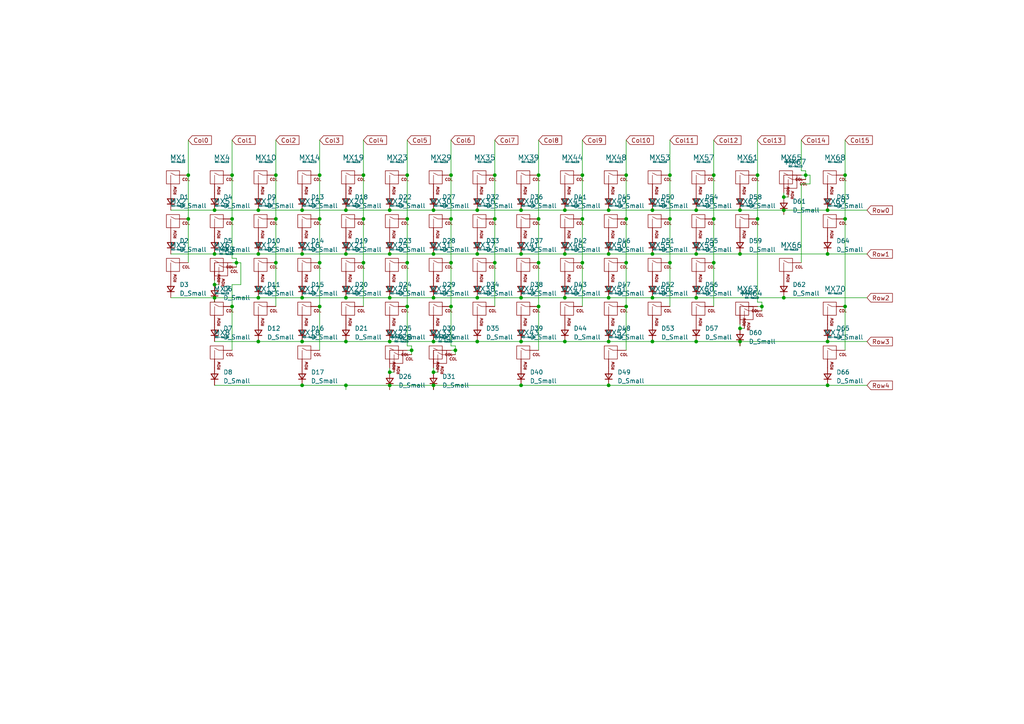
<source format=kicad_sch>
(kicad_sch (version 20211123) (generator eeschema)
  (paper "A4")
  (junction (at 92.71 63.5))
  (junction (at 163.83 86.36))
  (junction (at 105.41 76.2))
  (junction (at 113.03 86.36))
  (junction (at 100.33 73.66))
  (junction (at 125.73 107.95))
  (junction (at 138.43 73.66))
  (junction (at 100.33 99.06))
  (junction (at 214.63 60.96))
  (junction (at 176.53 73.66))
  (junction (at 100.33 60.96))
  (junction (at 214.63 99.06))
  (junction (at 87.63 111.76))
  (junction (at 125.73 111.76))
  (junction (at 125.73 86.36))
  (junction (at 151.13 111.76))
  (junction (at 181.61 63.5))
  (junction (at 194.31 63.5))
  (junction (at 219.71 63.5))
  (junction (at 74.93 86.36))
  (junction (at 189.23 86.36))
  (junction (at 118.11 63.5))
  (junction (at 201.93 60.96))
  (junction (at 67.31 50.8))
  (junction (at 54.61 50.8))
  (junction (at 62.23 73.66))
  (junction (at 151.13 99.06))
  (junction (at 207.01 63.5))
  (junction (at 214.63 73.66))
  (junction (at 113.03 107.95))
  (junction (at 118.11 50.8))
  (junction (at 125.73 60.96))
  (junction (at 138.43 99.06))
  (junction (at 87.63 60.96))
  (junction (at 168.91 63.5))
  (junction (at 87.63 99.06))
  (junction (at 163.83 73.66))
  (junction (at 118.11 76.2))
  (junction (at 168.91 76.2))
  (junction (at 143.51 76.2))
  (junction (at 74.93 73.66))
  (junction (at 92.71 76.2))
  (junction (at 201.93 86.36))
  (junction (at 245.11 63.5))
  (junction (at 207.01 50.8))
  (junction (at 201.93 99.06))
  (junction (at 176.53 99.06))
  (junction (at 74.93 60.96))
  (junction (at 227.33 86.36))
  (junction (at 240.03 111.76))
  (junction (at 125.73 73.66))
  (junction (at 132.08 101.6))
  (junction (at 189.23 73.66))
  (junction (at 80.01 50.8))
  (junction (at 207.01 76.2))
  (junction (at 176.53 60.96))
  (junction (at 125.73 99.06))
  (junction (at 163.83 60.96))
  (junction (at 240.03 60.96))
  (junction (at 67.31 88.9))
  (junction (at 92.71 50.8))
  (junction (at 189.23 60.96))
  (junction (at 100.33 86.36))
  (junction (at 68.58 76.2))
  (junction (at 113.03 60.96))
  (junction (at 62.23 86.36))
  (junction (at 105.41 63.5))
  (junction (at 118.11 88.9))
  (junction (at 245.11 88.9))
  (junction (at 163.83 99.06))
  (junction (at 113.03 99.06))
  (junction (at 130.81 88.9))
  (junction (at 80.01 63.5))
  (junction (at 156.21 76.2))
  (junction (at 214.63 95.25))
  (junction (at 240.03 99.06))
  (junction (at 62.23 82.55))
  (junction (at 194.31 50.8))
  (junction (at 143.51 63.5))
  (junction (at 240.03 73.66))
  (junction (at 105.41 50.8))
  (junction (at 87.63 86.36))
  (junction (at 220.98 88.9))
  (junction (at 54.61 63.5))
  (junction (at 227.33 57.15))
  (junction (at 151.13 60.96))
  (junction (at 138.43 60.96))
  (junction (at 176.53 86.36))
  (junction (at 67.31 63.5))
  (junction (at 219.71 50.8))
  (junction (at 130.81 50.8))
  (junction (at 113.03 111.76))
  (junction (at 74.93 99.06))
  (junction (at 181.61 88.9))
  (junction (at 138.43 86.36))
  (junction (at 100.33 111.76))
  (junction (at 194.31 76.2))
  (junction (at 92.71 88.9))
  (junction (at 130.81 76.2))
  (junction (at 156.21 63.5))
  (junction (at 227.33 60.96))
  (junction (at 245.11 50.8))
  (junction (at 113.03 73.66))
  (junction (at 62.23 60.96))
  (junction (at 168.91 50.8))
  (junction (at 80.01 76.2))
  (junction (at 156.21 88.9))
  (junction (at 176.53 111.76))
  (junction (at 130.81 63.5))
  (junction (at 181.61 76.2))
  (junction (at 233.68 50.8))
  (junction (at 156.21 50.8))
  (junction (at 189.23 99.06))
  (junction (at 201.93 73.66))
  (junction (at 181.61 50.8))
  (junction (at 151.13 86.36))
  (junction (at 87.63 73.66))
  (junction (at 143.51 50.8))
  (junction (at 151.13 73.66))
  (junction (at 119.38 101.6))
  (wire (pts (xy 69.85 76.2) (xy 68.58 76.2)))
  (wire (pts (xy 54.61 76.2) (xy 54.61 63.5)))
  (wire (pts (xy 69.85 82.55) (xy 69.85 76.2)))
  (wire (pts (xy 151.13 111.76) (xy 125.73 111.76)))
  (wire (pts (xy 74.93 86.36) (xy 87.63 86.36)))
  (wire (pts (xy 220.98 88.9) (xy 220.98 90.17)))
  (wire (pts (xy 62.23 86.36) (xy 62.23 87.63)))
  (wire (pts (xy 87.63 73.66) (xy 100.33 73.66)))
  (wire (pts (xy 240.03 111.76) (xy 176.53 111.76)))
  (wire (pts (xy 189.23 86.36) (xy 201.93 86.36)))
  (wire (pts (xy 227.33 55.88) (xy 227.33 57.15)))
  (wire (pts (xy 176.53 60.96) (xy 189.23 60.96)))
  (wire (pts (xy 62.23 60.96) (xy 74.93 60.96)))
  (wire (pts (xy 125.73 111.76) (xy 113.03 111.76)))
  (wire (pts (xy 100.33 99.06) (xy 113.03 99.06)))
  (wire (pts (xy 194.31 40.64) (xy 194.31 50.8)))
  (wire (pts (xy 156.21 63.5) (xy 156.21 76.2)))
  (wire (pts (xy 227.33 60.96) (xy 240.03 60.96)))
  (wire (pts (xy 54.61 40.64) (xy 54.61 50.8)))
  (wire (pts (xy 245.11 40.64) (xy 245.11 50.8)))
  (wire (pts (xy 201.93 99.06) (xy 214.63 99.06)))
  (wire (pts (xy 113.03 86.36) (xy 125.73 86.36)))
  (wire (pts (xy 143.51 76.2) (xy 143.51 88.9)))
  (wire (pts (xy 80.01 50.8) (xy 80.01 63.5)))
  (wire (pts (xy 100.33 73.66) (xy 113.03 73.66)))
  (wire (pts (xy 132.08 100.33) (xy 130.81 100.33)))
  (wire (pts (xy 74.93 99.06) (xy 87.63 99.06)))
  (wire (pts (xy 189.23 73.66) (xy 201.93 73.66)))
  (wire (pts (xy 80.01 76.2) (xy 80.01 88.9)))
  (wire (pts (xy 125.73 107.95) (xy 127 107.95)))
  (wire (pts (xy 201.93 73.66) (xy 214.63 73.66)))
  (wire (pts (xy 105.41 76.2) (xy 105.41 88.9)))
  (wire (pts (xy 219.71 88.9) (xy 220.98 88.9)))
  (wire (pts (xy 189.23 99.06) (xy 201.93 99.06)))
  (wire (pts (xy 151.13 60.96) (xy 163.83 60.96)))
  (wire (pts (xy 176.53 111.76) (xy 151.13 111.76)))
  (wire (pts (xy 54.61 50.8) (xy 54.61 63.5)))
  (wire (pts (xy 189.23 60.96) (xy 201.93 60.96)))
  (wire (pts (xy 219.71 50.8) (xy 219.71 40.64)))
  (wire (pts (xy 100.33 111.76) (xy 100.33 113.03)))
  (wire (pts (xy 62.23 81.28) (xy 62.23 82.55)))
  (wire (pts (xy 119.38 102.87) (xy 119.38 101.6)))
  (wire (pts (xy 181.61 63.5) (xy 181.61 50.8)))
  (wire (pts (xy 138.43 99.06) (xy 151.13 99.06)))
  (wire (pts (xy 113.03 111.76) (xy 113.03 113.03)))
  (wire (pts (xy 49.53 86.36) (xy 62.23 86.36)))
  (wire (pts (xy 113.03 106.68) (xy 113.03 107.95)))
  (wire (pts (xy 194.31 63.5) (xy 194.31 76.2)))
  (wire (pts (xy 232.41 40.64) (xy 232.41 49.53)))
  (wire (pts (xy 168.91 63.5) (xy 168.91 76.2)))
  (wire (pts (xy 67.31 88.9) (xy 67.31 82.55)))
  (wire (pts (xy 113.03 73.66) (xy 125.73 73.66)))
  (wire (pts (xy 125.73 60.96) (xy 138.43 60.96)))
  (wire (pts (xy 207.01 63.5) (xy 207.01 76.2)))
  (wire (pts (xy 214.63 73.66) (xy 240.03 73.66)))
  (wire (pts (xy 62.23 99.06) (xy 74.93 99.06)))
  (wire (pts (xy 62.23 111.76) (xy 87.63 111.76)))
  (wire (pts (xy 87.63 111.76) (xy 100.33 111.76)))
  (wire (pts (xy 201.93 60.96) (xy 214.63 60.96)))
  (wire (pts (xy 194.31 76.2) (xy 194.31 88.9)))
  (wire (pts (xy 220.98 88.9) (xy 220.98 87.63)))
  (wire (pts (xy 156.21 50.8) (xy 156.21 63.5)))
  (wire (pts (xy 92.71 50.8) (xy 92.71 63.5)))
  (wire (pts (xy 163.83 99.06) (xy 176.53 99.06)))
  (wire (pts (xy 227.33 86.36) (xy 251.46 86.36)))
  (wire (pts (xy 233.68 50.8) (xy 234.95 50.8)))
  (wire (pts (xy 132.08 101.6) (xy 130.81 101.6)))
  (wire (pts (xy 219.71 87.63) (xy 219.71 63.5)))
  (wire (pts (xy 100.33 60.96) (xy 113.03 60.96)))
  (wire (pts (xy 163.83 86.36) (xy 176.53 86.36)))
  (wire (pts (xy 151.13 73.66) (xy 163.83 73.66)))
  (wire (pts (xy 125.73 106.68) (xy 125.73 107.95)))
  (wire (pts (xy 245.11 50.8) (xy 245.11 63.5)))
  (wire (pts (xy 163.83 73.66) (xy 176.53 73.66)))
  (wire (pts (xy 245.11 63.5) (xy 245.11 88.9)))
  (wire (pts (xy 119.38 101.6) (xy 118.11 101.6)))
  (wire (pts (xy 176.53 99.06) (xy 189.23 99.06)))
  (wire (pts (xy 80.01 63.5) (xy 80.01 76.2)))
  (wire (pts (xy 87.63 99.06) (xy 100.33 99.06)))
  (wire (pts (xy 62.23 73.66) (xy 74.93 73.66)))
  (wire (pts (xy 125.73 86.36) (xy 138.43 86.36)))
  (wire (pts (xy 80.01 40.64) (xy 80.01 50.8)))
  (wire (pts (xy 113.03 99.06) (xy 125.73 99.06)))
  (wire (pts (xy 68.58 76.2) (xy 68.58 77.47)))
  (wire (pts (xy 130.81 50.8) (xy 130.81 40.64)))
  (wire (pts (xy 68.58 76.2) (xy 68.58 74.93)))
  (wire (pts (xy 207.01 76.2) (xy 207.01 88.9)))
  (wire (pts (xy 118.11 40.64) (xy 118.11 50.8)))
  (wire (pts (xy 240.03 99.06) (xy 251.46 99.06)))
  (wire (pts (xy 67.31 40.64) (xy 67.31 50.8)))
  (wire (pts (xy 74.93 73.66) (xy 87.63 73.66)))
  (wire (pts (xy 67.31 101.6) (xy 67.31 88.9)))
  (wire (pts (xy 119.38 101.6) (xy 119.38 100.33)))
  (wire (pts (xy 219.71 63.5) (xy 219.71 50.8)))
  (wire (pts (xy 138.43 73.66) (xy 151.13 73.66)))
  (wire (pts (xy 176.53 73.66) (xy 189.23 73.66)))
  (wire (pts (xy 245.11 88.9) (xy 245.11 101.6)))
  (wire (pts (xy 214.63 99.06) (xy 214.63 100.33)))
  (wire (pts (xy 62.23 82.55) (xy 63.5 82.55)))
  (wire (pts (xy 143.51 63.5) (xy 143.51 76.2)))
  (wire (pts (xy 92.71 40.64) (xy 92.71 50.8)))
  (wire (pts (xy 67.31 63.5) (xy 67.31 74.93)))
  (wire (pts (xy 118.11 63.5) (xy 118.11 76.2)))
  (wire (pts (xy 125.73 111.76) (xy 125.73 113.03)))
  (wire (pts (xy 181.61 101.6) (xy 181.61 88.9)))
  (wire (pts (xy 163.83 60.96) (xy 176.53 60.96)))
  (wire (pts (xy 232.41 50.8) (xy 233.68 50.8)))
  (wire (pts (xy 87.63 60.96) (xy 100.33 60.96)))
  (wire (pts (xy 201.93 86.36) (xy 227.33 86.36)))
  (wire (pts (xy 125.73 73.66) (xy 138.43 73.66)))
  (wire (pts (xy 118.11 50.8) (xy 118.11 63.5)))
  (wire (pts (xy 113.03 111.76) (xy 100.33 111.76)))
  (wire (pts (xy 156.21 40.64) (xy 156.21 50.8)))
  (wire (pts (xy 181.61 50.8) (xy 181.61 40.64)))
  (wire (pts (xy 125.73 99.06) (xy 138.43 99.06)))
  (wire (pts (xy 113.03 60.96) (xy 125.73 60.96)))
  (wire (pts (xy 143.51 50.8) (xy 143.51 63.5)))
  (wire (pts (xy 118.11 88.9) (xy 118.11 100.33)))
  (wire (pts (xy 214.63 95.25) (xy 214.63 93.98)))
  (wire (pts (xy 207.01 50.8) (xy 207.01 63.5)))
  (wire (pts (xy 151.13 99.06) (xy 163.83 99.06)))
  (wire (pts (xy 119.38 100.33) (xy 118.11 100.33)))
  (wire (pts (xy 181.61 76.2) (xy 181.61 63.5)))
  (wire (pts (xy 67.31 50.8) (xy 67.31 63.5)))
  (wire (pts (xy 49.53 73.66) (xy 62.23 73.66)))
  (wire (pts (xy 207.01 40.64) (xy 207.01 50.8)))
  (wire (pts (xy 130.81 100.33) (xy 130.81 88.9)))
  (wire (pts (xy 49.53 60.96) (xy 62.23 60.96)))
  (wire (pts (xy 151.13 86.36) (xy 163.83 86.36)))
  (wire (pts (xy 138.43 60.96) (xy 151.13 60.96)))
  (wire (pts (xy 240.03 60.96) (xy 251.46 60.96)))
  (wire (pts (xy 100.33 86.36) (xy 113.03 86.36)))
  (wire (pts (xy 168.91 76.2) (xy 168.91 88.9)))
  (wire (pts (xy 156.21 76.2) (xy 156.21 88.9)))
  (wire (pts (xy 232.41 53.34) (xy 234.95 53.34)))
  (wire (pts (xy 132.08 102.87) (xy 132.08 101.6)))
  (wire (pts (xy 105.41 50.8) (xy 105.41 63.5)))
  (wire (pts (xy 118.11 76.2) (xy 118.11 88.9)))
  (wire (pts (xy 168.91 40.64) (xy 168.91 50.8)))
  (wire (pts (xy 132.08 101.6) (xy 132.08 100.33)))
  (wire (pts (xy 233.68 50.8) (xy 233.68 49.53)))
  (wire (pts (xy 74.93 60.96) (xy 87.63 60.96)))
  (wire (pts (xy 234.95 53.34) (xy 234.95 50.8)))
  (wire (pts (xy 105.41 63.5) (xy 105.41 76.2)))
  (wire (pts (xy 92.71 76.2) (xy 92.71 88.9)))
  (wire (pts (xy 220.98 87.63) (xy 219.71 87.63)))
  (wire (pts (xy 240.03 73.66) (xy 251.46 73.66)))
  (wire (pts (xy 92.71 63.5) (xy 92.71 76.2)))
  (wire (pts (xy 138.43 86.36) (xy 151.13 86.36)))
  (wire (pts (xy 168.91 50.8) (xy 168.91 63.5)))
  (wire (pts (xy 233.68 50.8) (xy 233.68 52.07)))
  (wire (pts (xy 143.51 40.64) (xy 143.51 50.8)))
  (wire (pts (xy 194.31 50.8) (xy 194.31 63.5)))
  (wire (pts (xy 92.71 88.9) (xy 92.71 101.6)))
  (wire (pts (xy 105.41 40.64) (xy 105.41 50.8)))
  (wire (pts (xy 130.81 76.2) (xy 130.81 63.5)))
  (wire (pts (xy 227.33 57.15) (xy 228.6 57.15)))
  (wire (pts (xy 214.63 99.06) (xy 240.03 99.06)))
  (wire (pts (xy 233.68 49.53) (xy 232.41 49.53)))
  (wire (pts (xy 156.21 88.9) (xy 156.21 101.6)))
  (wire (pts (xy 67.31 82.55) (xy 69.85 82.55)))
  (wire (pts (xy 130.81 63.5) (xy 130.81 50.8)))
  (wire (pts (xy 67.31 76.2) (xy 68.58 76.2)))
  (wire (pts (xy 181.61 88.9) (xy 181.61 76.2)))
  (wire (pts (xy 232.41 76.2) (xy 232.41 53.34)))
  (wire (pts (xy 68.58 74.93) (xy 67.31 74.93)))
  (wire (pts (xy 176.53 86.36) (xy 189.23 86.36)))
  (wire (pts (xy 227.33 60.96) (xy 227.33 62.23)))
  (wire (pts (xy 240.03 111.76) (xy 251.46 111.76)))
  (wire (pts (xy 214.63 60.96) (xy 227.33 60.96)))
  (wire (pts (xy 62.23 86.36) (xy 74.93 86.36)))
  (wire (pts (xy 87.63 86.36) (xy 100.33 86.36)))
  (wire (pts (xy 113.03 107.95) (xy 114.3 107.95)))
  (wire (pts (xy 215.9 95.25) (xy 214.63 95.25)))
  (wire (pts (xy 130.81 88.9) (xy 130.81 76.2)))
  (global_label "Col9" (shape input) (at 168.91 40.64 0) (property "Intersheet References" "${INTERSHEET_REFS}" (effects hide)))
  (global_label "Row0" (shape input) (at 251.46 60.96 0) (property "Intersheet References" "${INTERSHEET_REFS}" (effects hide)))
  (global_label "Col7" (shape input) (at 143.51 40.64 0) (property "Intersheet References" "${INTERSHEET_REFS}" (effects hide)))
  (global_label "Col5" (shape input) (at 118.11 40.64 0) (property "Intersheet References" "${INTERSHEET_REFS}" (effects hide)))
  (global_label "Col15" (shape input) (at 245.11 40.64 0) (property "Intersheet References" "${INTERSHEET_REFS}" (effects hide)))
  (global_label "Row3" (shape input) (at 251.46 99.06 0) (property "Intersheet References" "${INTERSHEET_REFS}" (effects hide)))
  (global_label "Col2" (shape input) (at 80.01 40.64 0) (property "Intersheet References" "${INTERSHEET_REFS}" (effects hide)))
  (global_label "Row2" (shape input) (at 251.46 86.36 0) (property "Intersheet References" "${INTERSHEET_REFS}" (effects hide)))
  (global_label "Col10" (shape input) (at 181.61 40.64 0) (property "Intersheet References" "${INTERSHEET_REFS}" (effects hide)))
  (global_label "Col14" (shape input) (at 232.41 40.64 0) (property "Intersheet References" "${INTERSHEET_REFS}" (effects hide)))
  (global_label "Col8" (shape input) (at 156.21 40.64 0) (property "Intersheet References" "${INTERSHEET_REFS}" (effects hide)))
  (global_label "Row1" (shape input) (at 251.46 73.66 0) (property "Intersheet References" "${INTERSHEET_REFS}" (effects hide)))
  (global_label "Row4" (shape input) (at 251.46 111.76 0) (property "Intersheet References" "${INTERSHEET_REFS}" (effects hide)))
  (global_label "Col4" (shape input) (at 105.41 40.64 0) (property "Intersheet References" "${INTERSHEET_REFS}" (effects hide)))
  (global_label "Col12" (shape input) (at 207.01 40.64 0) (property "Intersheet References" "${INTERSHEET_REFS}" (effects hide)))
  (global_label "Col1" (shape input) (at 67.31 40.64 0) (property "Intersheet References" "${INTERSHEET_REFS}" (effects hide)))
  (global_label "Col11" (shape input) (at 194.31 40.64 0) (property "Intersheet References" "${INTERSHEET_REFS}" (effects hide)))
  (global_label "Col3" (shape input) (at 92.71 40.64 0) (property "Intersheet References" "${INTERSHEET_REFS}" (effects hide)))
  (global_label "Col0" (shape input) (at 54.61 40.64 0) (property "Intersheet References" "${INTERSHEET_REFS}" (effects hide)))
  (global_label "Col13" (shape input) (at 219.71 40.64 0) (property "Intersheet References" "${INTERSHEET_REFS}" (effects hide)))
  (global_label "Col6" (shape input) (at 130.81 40.64 0) (property "Intersheet References" "${INTERSHEET_REFS}" (effects hide)))
  (symbol (lib_id "cipulot_parts:MX-NoLED") (at 152.4 90.17 0) (unit 1)
    (property "Reference" "MX42" (at 153.2856 83.82 0) (effects (font (size 1.524 1.524))))
    (property "Value" "MX-NoLED" (at 153.2856 85.09 0) (effects (font (size 0.508 0.508))))
    (property "Footprint" "MX_Alps_Hybrid:MX-1U-NoLED" (effects hide))
  )
  (symbol (lib_id "cipulot_parts:MX-NoLED") (at 88.9 102.87 0) (unit 1)
    (property "Reference" "MX18" (at 89.7856 96.52 0) (effects (font (size 1.524 1.524))))
    (property "Value" "MX-NoLED" (at 89.7856 97.79 0) (effects (font (size 0.508 0.508))))
    (property "Footprint" "MX_Alps_Hybrid:MX-1.5U-NoLED" (effects hide))
  )
  (symbol (lib_id "cipulot_parts:MX-NoLED") (at 139.7 64.77 0) (unit 1)
    (property "Reference" "MX36" (at 140.5856 58.42 0) (effects (font (size 1.524 1.524))))
    (property "Value" "MX-NoLED" (at 140.5856 59.69 0) (effects (font (size 0.508 0.508))))
    (property "Footprint" "MX_Alps_Hybrid:MX-1U-NoLED" (effects hide))
  )
  (symbol (lib_id "Device:D_Small") (at 240.03 58.42 90) (unit 1)
    (property "Reference" "D63" (at 242.57 57.1499 90) (effects (justify right)))
    (property "Value" "D_Small" (at 242.57 59.6899 90) (effects (justify right)))
    (property "Footprint" "Diode_SMD:D_SOD-123" (effects hide))
  )
  (symbol (lib_id "Device:D_Small") (at 125.73 110.49 90) (unit 1)
    (property "Reference" "D31" (at 128.27 109.2199 90) (effects (justify right)))
    (property "Value" "D_Small" (at 128.27 111.7599 90) (effects (justify right)))
    (property "Footprint" "Diode_SMD:D_SOD-123" (effects hide))
  )
  (symbol (lib_id "cipulot_parts:MX-NoLED") (at 217.17 91.44 0) (unit 1)
    (property "Reference" "MX64" (at 218.0556 85.09 0) (effects (font (size 1.524 1.524))))
    (property "Value" "MX-NoLED" (at 218.0556 86.36 0) (effects (font (size 0.508 0.508))))
    (property "Footprint" "MX_Alps_Hybrid:MX-2.75U-ReversedStabilizers-NoLED" (effects hide))
  )
  (symbol (lib_id "Device:D_Small") (at 163.83 96.52 90) (unit 1)
    (property "Reference" "D44" (at 166.37 95.2499 90) (effects (justify right)))
    (property "Value" "D_Small" (at 166.37 97.7899 90) (effects (justify right)))
    (property "Footprint" "Diode_SMD:D_SOD-123" (effects hide))
  )
  (symbol (lib_id "Device:D_Small") (at 151.13 96.52 90) (unit 1)
    (property "Reference" "D39" (at 153.67 95.2499 90) (effects (justify right)))
    (property "Value" "D_Small" (at 153.67 97.7899 90) (effects (justify right)))
    (property "Footprint" "Diode_SMD:D_SOD-123" (effects hide))
  )
  (symbol (lib_id "cipulot_parts:MX-NoLED") (at 101.6 90.17 0) (unit 1)
    (property "Reference" "MX22" (at 102.4856 83.82 0) (effects (font (size 1.524 1.524))))
    (property "Value" "MX-NoLED" (at 102.4856 85.09 0) (effects (font (size 0.508 0.508))))
    (property "Footprint" "MX_Alps_Hybrid:MX-1U-NoLED" (effects hide))
  )
  (symbol (lib_id "Device:D_Small") (at 163.83 83.82 90) (unit 1)
    (property "Reference" "D43" (at 166.37 82.5499 90) (effects (justify right)))
    (property "Value" "D_Small" (at 166.37 85.0899 90) (effects (justify right)))
    (property "Footprint" "Diode_SMD:D_SOD-123" (effects hide))
  )
  (symbol (lib_id "cipulot_parts:MX-NoLED") (at 152.4 64.77 0) (unit 1)
    (property "Reference" "MX40" (at 153.2856 58.42 0) (effects (font (size 1.524 1.524))))
    (property "Value" "MX-NoLED" (at 153.2856 59.69 0) (effects (font (size 0.508 0.508))))
    (property "Footprint" "MX_Alps_Hybrid:MX-1U-NoLED" (effects hide))
  )
  (symbol (lib_id "cipulot_parts:MX-NoLED") (at 229.87 53.34 0) (unit 1)
    (property "Reference" "MX67" (at 230.7556 46.99 0) (effects (font (size 1.524 1.524))))
    (property "Value" "MX-NoLED" (at 230.7556 48.26 0) (effects (font (size 0.508 0.508))))
    (property "Footprint" "MX_Alps_Hybrid:MX-2U-NoLED" (effects hide))
  )
  (symbol (lib_id "cipulot_parts:MX-NoLED") (at 241.3 90.17 0) (unit 1)
    (property "Reference" "MX70" (at 242.1856 83.82 0) (effects (font (size 1.524 1.524))))
    (property "Value" "MX-NoLED" (at 242.1856 85.09 0) (effects (font (size 0.508 0.508))))
    (property "Footprint" "MX_Alps_Hybrid:MX-1U-NoLED" (effects hide))
  )
  (symbol (lib_id "Device:D_Small") (at 138.43 58.42 90) (unit 1)
    (property "Reference" "D32" (at 140.97 57.1499 90) (effects (justify right)))
    (property "Value" "D_Small" (at 140.97 59.6899 90) (effects (justify right)))
    (property "Footprint" "Diode_SMD:D_SOD-123" (effects hide))
  )
  (symbol (lib_id "cipulot_parts:MX-NoLED") (at 139.7 52.07 0) (unit 1)
    (property "Reference" "MX35" (at 140.5856 45.72 0) (effects (font (size 1.524 1.524))))
    (property "Value" "MX-NoLED" (at 140.5856 46.99 0) (effects (font (size 0.508 0.508))))
    (property "Footprint" "MX_Alps_Hybrid:MX-1U-NoLED" (effects hide))
  )
  (symbol (lib_id "cipulot_parts:MX-NoLED") (at 228.6 77.47 0) (unit 1)
    (property "Reference" "MX66" (at 229.4856 71.12 0) (effects (font (size 1.524 1.524))))
    (property "Value" "MX-NoLED" (at 229.4856 72.39 0) (effects (font (size 0.508 0.508))))
    (property "Footprint" "MX_Alps_Hybrid:MX-2.5U-ReversedStabilizers-NoLED" (effects hide))
  )
  (symbol (lib_id "cipulot_parts:MX-NoLED") (at 63.5 102.87 0) (unit 1)
    (property "Reference" "MX8" (at 64.3856 96.52 0) (effects (font (size 1.524 1.524))))
    (property "Value" "MX-NoLED" (at 64.3856 97.79 0) (effects (font (size 0.508 0.508))))
    (property "Footprint" "MX_Alps_Hybrid:MX-1.5U-NoLED" (effects hide))
  )
  (symbol (lib_id "cipulot_parts:MX-NoLED") (at 88.9 52.07 0) (unit 1)
    (property "Reference" "MX14" (at 89.7856 45.72 0) (effects (font (size 1.524 1.524))))
    (property "Value" "MX-NoLED" (at 89.7856 46.99 0) (effects (font (size 0.508 0.508))))
    (property "Footprint" "MX_Alps_Hybrid:MX-1U-NoLED" (effects hide))
  )
  (symbol (lib_id "cipulot_parts:MX-NoLED") (at 127 77.47 0) (unit 1)
    (property "Reference" "MX31" (at 127.8856 71.12 0) (effects (font (size 1.524 1.524))))
    (property "Value" "MX-NoLED" (at 127.8856 72.39 0) (effects (font (size 0.508 0.508))))
    (property "Footprint" "MX_Alps_Hybrid:MX-1U-NoLED" (effects hide))
  )
  (symbol (lib_id "cipulot_parts:MX-NoLED") (at 165.1 64.77 0) (unit 1)
    (property "Reference" "MX45" (at 165.9856 58.42 0) (effects (font (size 1.524 1.524))))
    (property "Value" "MX-NoLED" (at 165.9856 59.69 0) (effects (font (size 0.508 0.508))))
    (property "Footprint" "MX_Alps_Hybrid:MX-1U-NoLED" (effects hide))
  )
  (symbol (lib_id "cipulot_parts:MX-NoLED") (at 63.5 52.07 0) (unit 1)
    (property "Reference" "MX4" (at 64.3856 45.72 0) (effects (font (size 1.524 1.524))))
    (property "Value" "MX-NoLED" (at 64.3856 46.99 0) (effects (font (size 0.508 0.508))))
    (property "Footprint" "MX_Alps_Hybrid:MX-1U-NoLED" (effects hide))
  )
  (symbol (lib_id "cipulot_parts:MX-NoLED") (at 76.2 52.07 0) (unit 1)
    (property "Reference" "MX10" (at 77.0856 45.72 0) (effects (font (size 1.524 1.524))))
    (property "Value" "MX-NoLED" (at 77.0856 46.99 0) (effects (font (size 0.508 0.508))))
    (property "Footprint" "MX_Alps_Hybrid:MX-1U-NoLED" (effects hide))
  )
  (symbol (lib_id "Device:D_Small") (at 201.93 71.12 90) (unit 1)
    (property "Reference" "D55" (at 204.47 69.8499 90) (effects (justify right)))
    (property "Value" "D_Small" (at 204.47 72.3899 90) (effects (justify right)))
    (property "Footprint" "Diode_SMD:D_SOD-123" (effects hide))
  )
  (symbol (lib_id "Device:D_Small") (at 113.03 110.49 90) (unit 1)
    (property "Reference" "D26" (at 115.57 109.2199 90) (effects (justify right)))
    (property "Value" "D_Small" (at 115.57 111.7599 90) (effects (justify right)))
    (property "Footprint" "Diode_SMD:D_SOD-123" (effects hide))
  )
  (symbol (lib_id "Device:D_Small") (at 189.23 71.12 90) (unit 1)
    (property "Reference" "D51" (at 191.77 69.8499 90) (effects (justify right)))
    (property "Value" "D_Small" (at 191.77 72.3899 90) (effects (justify right)))
    (property "Footprint" "Diode_SMD:D_SOD-123" (effects hide))
  )
  (symbol (lib_id "Device:D_Small") (at 240.03 96.52 90) (unit 1)
    (property "Reference" "D65" (at 242.57 95.2499 90) (effects (justify right)))
    (property "Value" "D_Small" (at 242.57 97.7899 90) (effects (justify right)))
    (property "Footprint" "Diode_SMD:D_SOD-123" (effects hide))
  )
  (symbol (lib_id "Device:D_Small") (at 87.63 109.22 90) (unit 1)
    (property "Reference" "D17" (at 90.17 107.9499 90) (effects (justify right)))
    (property "Value" "D_Small" (at 90.17 110.4899 90) (effects (justify right)))
    (property "Footprint" "Diode_SMD:D_SOD-123" (effects hide))
  )
  (symbol (lib_id "Device:D_Small") (at 49.53 71.12 90) (unit 1)
    (property "Reference" "D2" (at 52.07 69.8499 90) (effects (justify right)))
    (property "Value" "D_Small" (at 52.07 72.3899 90) (effects (justify right)))
    (property "Footprint" "Diode_SMD:D_SOD-123" (effects hide))
  )
  (symbol (lib_id "cipulot_parts:MX-NoLED") (at 88.9 64.77 0) (unit 1)
    (property "Reference" "MX15" (at 89.7856 58.42 0) (effects (font (size 1.524 1.524))))
    (property "Value" "MX-NoLED" (at 89.7856 59.69 0) (effects (font (size 0.508 0.508))))
    (property "Footprint" "MX_Alps_Hybrid:MX-1U-NoLED" (effects hide))
  )
  (symbol (lib_id "Device:D_Small") (at 201.93 58.42 90) (unit 1)
    (property "Reference" "D54" (at 204.47 57.1499 90) (effects (justify right)))
    (property "Value" "D_Small" (at 204.47 59.6899 90) (effects (justify right)))
    (property "Footprint" "Diode_SMD:D_SOD-123" (effects hide))
  )
  (symbol (lib_id "Device:D_Small") (at 163.83 71.12 90) (unit 1)
    (property "Reference" "D42" (at 166.37 69.8499 90) (effects (justify right)))
    (property "Value" "D_Small" (at 166.37 72.3899 90) (effects (justify right)))
    (property "Footprint" "Diode_SMD:D_SOD-123" (effects hide))
  )
  (symbol (lib_id "cipulot_parts:MX-NoLED") (at 115.57 104.14 0) (unit 1)
    (property "Reference" "MX28" (at 116.4556 97.79 0) (effects (font (size 1.524 1.524))))
    (property "Value" "MX-NoLED" (at 116.4556 99.06 0) (effects (font (size 0.508 0.508))))
    (property "Footprint" "MX_Alps_Hybrid:MX-2U-ReversedStabilizers-NoLED" (effects hide))
  )
  (symbol (lib_id "Device:D_Small") (at 227.33 59.69 90) (unit 1)
    (property "Reference" "D61" (at 229.87 58.4199 90) (effects (justify right)))
    (property "Value" "D_Small" (at 229.87 60.9599 90) (effects (justify right)))
    (property "Footprint" "Diode_SMD:D_SOD-123" (effects hide))
  )
  (symbol (lib_id "Device:D_Small") (at 227.33 83.82 90) (unit 1)
    (property "Reference" "D62" (at 229.87 82.5499 90) (effects (justify right)))
    (property "Value" "D_Small" (at 229.87 85.0899 90) (effects (justify right)))
    (property "Footprint" "Diode_SMD:D_SOD-123" (effects hide))
  )
  (symbol (lib_id "cipulot_parts:MX-NoLED") (at 139.7 77.47 0) (unit 1)
    (property "Reference" "MX37" (at 140.5856 71.12 0) (effects (font (size 1.524 1.524))))
    (property "Value" "MX-NoLED" (at 140.5856 72.39 0) (effects (font (size 0.508 0.508))))
    (property "Footprint" "MX_Alps_Hybrid:MX-1U-NoLED" (effects hide))
  )
  (symbol (lib_id "cipulot_parts:MX-NoLED") (at 177.8 90.17 0) (unit 1)
    (property "Reference" "MX51" (at 178.6856 83.82 0) (effects (font (size 1.524 1.524))))
    (property "Value" "MX-NoLED" (at 178.6856 85.09 0) (effects (font (size 0.508 0.508))))
    (property "Footprint" "MX_Alps_Hybrid:MX-1U-NoLED" (effects hide))
  )
  (symbol (lib_id "Device:D_Small") (at 214.63 97.79 90) (unit 1)
    (property "Reference" "D60" (at 217.17 96.5199 90) (effects (justify right)))
    (property "Value" "D_Small" (at 217.17 99.0599 90) (effects (justify right)))
    (property "Footprint" "Diode_SMD:D_SOD-123" (effects hide))
  )
  (symbol (lib_id "Device:D_Small") (at 113.03 58.42 90) (unit 1)
    (property "Reference" "D22" (at 115.57 57.1499 90) (effects (justify right)))
    (property "Value" "D_Small" (at 115.57 59.6899 90) (effects (justify right)))
    (property "Footprint" "Diode_SMD:D_SOD-123" (effects hide))
  )
  (symbol (lib_id "cipulot_parts:MX-NoLED") (at 190.5 64.77 0) (unit 1)
    (property "Reference" "MX54" (at 191.3856 58.42 0) (effects (font (size 1.524 1.524))))
    (property "Value" "MX-NoLED" (at 191.3856 59.69 0) (effects (font (size 0.508 0.508))))
    (property "Footprint" "MX_Alps_Hybrid:MX-1U-NoLED" (effects hide))
  )
  (symbol (lib_id "Device:D_Small") (at 176.53 96.52 90) (unit 1)
    (property "Reference" "D48" (at 179.07 95.2499 90) (effects (justify right)))
    (property "Value" "D_Small" (at 179.07 97.7899 90) (effects (justify right)))
    (property "Footprint" "Diode_SMD:D_SOD-123" (effects hide))
  )
  (symbol (lib_id "Device:D_Small") (at 151.13 58.42 90) (unit 1)
    (property "Reference" "D36" (at 153.67 57.1499 90) (effects (justify right)))
    (property "Value" "D_Small" (at 153.67 59.6899 90) (effects (justify right)))
    (property "Footprint" "Diode_SMD:D_SOD-123" (effects hide))
  )
  (symbol (lib_id "cipulot_parts:MX-NoLED") (at 114.3 90.17 0) (unit 1)
    (property "Reference" "MX26" (at 115.1856 83.82 0) (effects (font (size 1.524 1.524))))
    (property "Value" "MX-NoLED" (at 115.1856 85.09 0) (effects (font (size 0.508 0.508))))
    (property "Footprint" "MX_Alps_Hybrid:MX-1U-NoLED" (effects hide))
  )
  (symbol (lib_id "Device:D_Small") (at 176.53 71.12 90) (unit 1)
    (property "Reference" "D46" (at 179.07 69.8499 90) (effects (justify right)))
    (property "Value" "D_Small" (at 179.07 72.3899 90) (effects (justify right)))
    (property "Footprint" "Diode_SMD:D_SOD-123" (effects hide))
  )
  (symbol (lib_id "cipulot_parts:MX-NoLED") (at 177.8 64.77 0) (unit 1)
    (property "Reference" "MX49" (at 178.6856 58.42 0) (effects (font (size 1.524 1.524))))
    (property "Value" "MX-NoLED" (at 178.6856 59.69 0) (effects (font (size 0.508 0.508))))
    (property "Footprint" "MX_Alps_Hybrid:MX-1U-NoLED" (effects hide))
  )
  (symbol (lib_id "Device:D_Small") (at 62.23 96.52 90) (unit 1)
    (property "Reference" "D7" (at 64.77 95.2499 90) (effects (justify right)))
    (property "Value" "D_Small" (at 64.77 97.7899 90) (effects (justify right)))
    (property "Footprint" "Diode_SMD:D_SOD-123" (effects hide))
  )
  (symbol (lib_id "Device:D_Small") (at 74.93 71.12 90) (unit 1)
    (property "Reference" "D10" (at 77.47 69.8499 90) (effects (justify right)))
    (property "Value" "D_Small" (at 77.47 72.3899 90) (effects (justify right)))
    (property "Footprint" "Diode_SMD:D_SOD-123" (effects hide))
  )
  (symbol (lib_id "cipulot_parts:MX-NoLED") (at 203.2 77.47 0) (unit 1)
    (property "Reference" "MX59" (at 204.0856 71.12 0) (effects (font (size 1.524 1.524))))
    (property "Value" "MX-NoLED" (at 204.0856 72.39 0) (effects (font (size 0.508 0.508))))
    (property "Footprint" "MX_Alps_Hybrid:MX-1U-NoLED" (effects hide))
  )
  (symbol (lib_id "Device:D_Small") (at 189.23 96.52 90) (unit 1)
    (property "Reference" "D53" (at 191.77 95.2499 90) (effects (justify right)))
    (property "Value" "D_Small" (at 191.77 97.7899 90) (effects (justify right)))
    (property "Footprint" "Diode_SMD:D_SOD-123" (effects hide))
  )
  (symbol (lib_id "cipulot_parts:MX-NoLED") (at 241.3 64.77 0) (unit 1)
    (property "Reference" "MX69" (at 242.1856 58.42 0) (effects (font (size 1.524 1.524))))
    (property "Value" "MX-NoLED" (at 242.1856 59.69 0) (effects (font (size 0.508 0.508))))
    (property "Footprint" "MX_Alps_Hybrid:MX-1.5U-NoLED" (effects hide))
  )
  (symbol (lib_id "Device:D_Small") (at 151.13 83.82 90) (unit 1)
    (property "Reference" "D38" (at 153.67 82.5499 90) (effects (justify right)))
    (property "Value" "D_Small" (at 153.67 85.0899 90) (effects (justify right)))
    (property "Footprint" "Diode_SMD:D_SOD-123" (effects hide))
  )
  (symbol (lib_id "Device:D_Small") (at 201.93 83.82 90) (unit 1)
    (property "Reference" "D56" (at 204.47 82.5499 90) (effects (justify right)))
    (property "Value" "D_Small" (at 204.47 85.0899 90) (effects (justify right)))
    (property "Footprint" "Diode_SMD:D_SOD-123" (effects hide))
  )
  (symbol (lib_id "cipulot_parts:MX-NoLED") (at 127 90.17 0) (unit 1)
    (property "Reference" "MX32" (at 127.8856 83.82 0) (effects (font (size 1.524 1.524))))
    (property "Value" "MX-NoLED" (at 127.8856 85.09 0) (effects (font (size 0.508 0.508))))
    (property "Footprint" "MX_Alps_Hybrid:MX-1U-NoLED" (effects hide))
  )
  (symbol (lib_id "Device:D_Small") (at 214.63 71.12 90) (unit 1)
    (property "Reference" "D59" (at 217.17 69.8499 90) (effects (justify right)))
    (property "Value" "D_Small" (at 217.17 72.3899 90) (effects (justify right)))
    (property "Footprint" "Diode_SMD:D_SOD-123" (effects hide))
  )
  (symbol (lib_id "Device:D_Small") (at 113.03 71.12 90) (unit 1)
    (property "Reference" "D23" (at 115.57 69.8499 90) (effects (justify right)))
    (property "Value" "D_Small" (at 115.57 72.3899 90) (effects (justify right)))
    (property "Footprint" "Diode_SMD:D_SOD-123" (effects hide))
  )
  (symbol (lib_id "cipulot_parts:MX-NoLED") (at 152.4 77.47 0) (unit 1)
    (property "Reference" "MX41" (at 153.2856 71.12 0) (effects (font (size 1.524 1.524))))
    (property "Value" "MX-NoLED" (at 153.2856 72.39 0) (effects (font (size 0.508 0.508))))
    (property "Footprint" "MX_Alps_Hybrid:MX-1U-NoLED" (effects hide))
  )
  (symbol (lib_id "Device:D_Small") (at 151.13 71.12 90) (unit 1)
    (property "Reference" "D37" (at 153.67 69.8499 90) (effects (justify right)))
    (property "Value" "D_Small" (at 153.67 72.3899 90) (effects (justify right)))
    (property "Footprint" "Diode_SMD:D_SOD-123" (effects hide))
  )
  (symbol (lib_id "Device:D_Small") (at 100.33 58.42 90) (unit 1)
    (property "Reference" "D18" (at 102.87 57.1499 90) (effects (justify right)))
    (property "Value" "D_Small" (at 102.87 59.6899 90) (effects (justify right)))
    (property "Footprint" "Diode_SMD:D_SOD-123" (effects hide))
  )
  (symbol (lib_id "cipulot_parts:MX-NoLED") (at 114.3 64.77 0) (unit 1)
    (property "Reference" "MX24" (at 115.1856 58.42 0) (effects (font (size 1.524 1.524))))
    (property "Value" "MX-NoLED" (at 115.1856 59.69 0) (effects (font (size 0.508 0.508))))
    (property "Footprint" "MX_Alps_Hybrid:MX-1U-NoLED" (effects hide))
  )
  (symbol (lib_id "Device:D_Small") (at 151.13 109.22 90) (unit 1)
    (property "Reference" "D40" (at 153.67 107.9499 90) (effects (justify right)))
    (property "Value" "D_Small" (at 153.67 110.4899 90) (effects (justify right)))
    (property "Footprint" "Diode_SMD:D_SOD-123" (effects hide))
  )
  (symbol (lib_id "Device:D_Small") (at 176.53 83.82 90) (unit 1)
    (property "Reference" "D47" (at 179.07 82.5499 90) (effects (justify right)))
    (property "Value" "D_Small" (at 179.07 85.0899 90) (effects (justify right)))
    (property "Footprint" "Diode_SMD:D_SOD-123" (effects hide))
  )
  (symbol (lib_id "Device:D_Small") (at 138.43 71.12 90) (unit 1)
    (property "Reference" "D33" (at 140.97 69.8499 90) (effects (justify right)))
    (property "Value" "D_Small" (at 140.97 72.3899 90) (effects (justify right)))
    (property "Footprint" "Diode_SMD:D_SOD-123" (effects hide))
  )
  (symbol (lib_id "Device:D_Small") (at 176.53 58.42 90) (unit 1)
    (property "Reference" "D45" (at 179.07 57.1499 90) (effects (justify right)))
    (property "Value" "D_Small" (at 179.07 59.6899 90) (effects (justify right)))
    (property "Footprint" "Diode_SMD:D_SOD-123" (effects hide))
  )
  (symbol (lib_id "cipulot_parts:MX-NoLED") (at 114.3 52.07 0) (unit 1)
    (property "Reference" "MX23" (at 115.1856 45.72 0) (effects (font (size 1.524 1.524))))
    (property "Value" "MX-NoLED" (at 115.1856 46.99 0) (effects (font (size 0.508 0.508))))
    (property "Footprint" "MX_Alps_Hybrid:MX-1U-NoLED" (effects hide))
  )
  (symbol (lib_id "Device:D_Small") (at 176.53 109.22 90) (unit 1)
    (property "Reference" "D49" (at 179.07 107.9499 90) (effects (justify right)))
    (property "Value" "D_Small" (at 179.07 110.4899 90) (effects (justify right)))
    (property "Footprint" "Diode_SMD:D_SOD-123" (effects hide))
  )
  (symbol (lib_id "Device:D_Small") (at 49.53 58.42 90) (unit 1)
    (property "Reference" "D1" (at 52.07 57.1499 90) (effects (justify right)))
    (property "Value" "D_Small" (at 52.07 59.6899 90) (effects (justify right)))
    (property "Footprint" "Diode_SMD:D_SOD-123" (effects hide))
  )
  (symbol (lib_id "Device:D_Small") (at 87.63 58.42 90) (unit 1)
    (property "Reference" "D13" (at 90.17 57.1499 90) (effects (justify right)))
    (property "Value" "D_Small" (at 90.17 59.6899 90) (effects (justify right)))
    (property "Footprint" "Diode_SMD:D_SOD-123" (effects hide))
  )
  (symbol (lib_id "cipulot_parts:MX-NoLED") (at 76.2 64.77 0) (unit 1)
    (property "Reference" "MX11" (at 77.0856 58.42 0) (effects (font (size 1.524 1.524))))
    (property "Value" "MX-NoLED" (at 77.0856 59.69 0) (effects (font (size 0.508 0.508))))
    (property "Footprint" "MX_Alps_Hybrid:MX-1U-NoLED" (effects hide))
  )
  (symbol (lib_id "cipulot_parts:MX-NoLED") (at 50.8 64.77 0) (unit 1)
    (property "Reference" "MX2" (at 51.6856 58.42 0) (effects (font (size 1.524 1.524))))
    (property "Value" "MX-NoLED" (at 51.6856 59.69 0) (effects (font (size 0.508 0.508))))
    (property "Footprint" "MX_Alps_Hybrid:MX-1U-NoLED" (effects hide))
  )
  (symbol (lib_id "cipulot_parts:MX-NoLED") (at 101.6 64.77 0) (unit 1)
    (property "Reference" "MX20" (at 102.4856 58.42 0) (effects (font (size 1.524 1.524))))
    (property "Value" "MX-NoLED" (at 102.4856 59.69 0) (effects (font (size 0.508 0.508))))
    (property "Footprint" "MX_Alps_Hybrid:MX-1U-NoLED" (effects hide))
  )
  (symbol (lib_id "cipulot_parts:MX-NoLED") (at 76.2 90.17 0) (unit 1)
    (property "Reference" "MX13" (at 77.0856 83.82 0) (effects (font (size 1.524 1.524))))
    (property "Value" "MX-NoLED" (at 77.0856 85.09 0) (effects (font (size 0.508 0.508))))
    (property "Footprint" "MX_Alps_Hybrid:MX-1U-NoLED" (effects hide))
  )
  (symbol (lib_id "cipulot_parts:MX-NoLED") (at 101.6 77.47 0) (unit 1)
    (property "Reference" "MX21" (at 102.4856 71.12 0) (effects (font (size 1.524 1.524))))
    (property "Value" "MX-NoLED" (at 102.4856 72.39 0) (effects (font (size 0.508 0.508))))
    (property "Footprint" "MX_Alps_Hybrid:MX-1U-NoLED" (effects hide))
  )
  (symbol (lib_id "cipulot_parts:MX-NoLED") (at 177.8 77.47 0) (unit 1)
    (property "Reference" "MX50" (at 178.6856 71.12 0) (effects (font (size 1.524 1.524))))
    (property "Value" "MX-NoLED" (at 178.6856 72.39 0) (effects (font (size 0.508 0.508))))
    (property "Footprint" "MX_Alps_Hybrid:MX-1U-NoLED" (effects hide))
  )
  (symbol (lib_id "Device:D_Small") (at 100.33 71.12 90) (unit 1)
    (property "Reference" "D19" (at 102.87 69.8499 90) (effects (justify right)))
    (property "Value" "D_Small" (at 102.87 72.3899 90) (effects (justify right)))
    (property "Footprint" "Diode_SMD:D_SOD-123" (effects hide))
  )
  (symbol (lib_id "cipulot_parts:MX-NoLED") (at 190.5 90.17 0) (unit 1)
    (property "Reference" "MX56" (at 191.3856 83.82 0) (effects (font (size 1.524 1.524))))
    (property "Value" "MX-NoLED" (at 191.3856 85.09 0) (effects (font (size 0.508 0.508))))
    (property "Footprint" "MX_Alps_Hybrid:MX-1U-NoLED" (effects hide))
  )
  (symbol (lib_id "cipulot_parts:MX-NoLED") (at 228.6 52.07 0) (unit 1)
    (property "Reference" "MX65" (at 229.4856 45.72 0) (effects (font (size 1.524 1.524))))
    (property "Value" "MX-NoLED" (at 229.4856 46.99 0) (effects (font (size 0.508 0.508))))
    (property "Footprint" "MX_Alps_Hybrid:MX-1U-NoLED" (effects hide))
  )
  (symbol (lib_id "Device:D_Small") (at 62.23 58.42 90) (unit 1)
    (property "Reference" "D4" (at 64.77 57.1499 90) (effects (justify right)))
    (property "Value" "D_Small" (at 64.77 59.6899 90) (effects (justify right)))
    (property "Footprint" "Diode_SMD:D_SOD-123" (effects hide))
  )
  (symbol (lib_id "Device:D_Small") (at 113.03 96.52 90) (unit 1)
    (property "Reference" "D25" (at 115.57 95.2499 90) (effects (justify right)))
    (property "Value" "D_Small" (at 115.57 97.7899 90) (effects (justify right)))
    (property "Footprint" "Diode_SMD:D_SOD-123" (effects hide))
  )
  (symbol (lib_id "Device:D_Small") (at 189.23 83.82 90) (unit 1)
    (property "Reference" "D52" (at 191.77 82.5499 90) (effects (justify right)))
    (property "Value" "D_Small" (at 191.77 85.0899 90) (effects (justify right)))
    (property "Footprint" "Diode_SMD:D_SOD-123" (effects hide))
  )
  (symbol (lib_id "cipulot_parts:MX-NoLED") (at 76.2 77.47 0) (unit 1)
    (property "Reference" "MX12" (at 77.0856 71.12 0) (effects (font (size 1.524 1.524))))
    (property "Value" "MX-NoLED" (at 77.0856 72.39 0) (effects (font (size 0.508 0.508))))
    (property "Footprint" "MX_Alps_Hybrid:MX-1U-NoLED" (effects hide))
  )
  (symbol (lib_id "Device:D_Small") (at 74.93 96.52 90) (unit 1)
    (property "Reference" "D12" (at 77.47 95.2499 90) (effects (justify right)))
    (property "Value" "D_Small" (at 77.47 97.7899 90) (effects (justify right)))
    (property "Footprint" "Diode_SMD:D_SOD-123" (effects hide))
  )
  (symbol (lib_id "cipulot_parts:MX-NoLED") (at 139.7 90.17 0) (unit 1)
    (property "Reference" "MX38" (at 140.5856 83.82 0) (effects (font (size 1.524 1.524))))
    (property "Value" "MX-NoLED" (at 140.5856 85.09 0) (effects (font (size 0.508 0.508))))
    (property "Footprint" "MX_Alps_Hybrid:MX-1U-NoLED" (effects hide))
  )
  (symbol (lib_id "cipulot_parts:MX-NoLED") (at 114.3 77.47 0) (unit 1)
    (property "Reference" "MX25" (at 115.1856 71.12 0) (effects (font (size 1.524 1.524))))
    (property "Value" "MX-NoLED" (at 115.1856 72.39 0) (effects (font (size 0.508 0.508))))
    (property "Footprint" "MX_Alps_Hybrid:MX-1U-NoLED" (effects hide))
  )
  (symbol (lib_id "cipulot_parts:MX-NoLED") (at 203.2 90.17 0) (unit 1)
    (property "Reference" "MX60" (at 204.0856 83.82 0) (effects (font (size 1.524 1.524))))
    (property "Value" "MX-NoLED" (at 204.0856 85.09 0) (effects (font (size 0.508 0.508))))
    (property "Footprint" "MX_Alps_Hybrid:MX-1U-NoLED" (effects hide))
  )
  (symbol (lib_id "cipulot_parts:MX-NoLED") (at 88.9 90.17 0) (unit 1)
    (property "Reference" "MX17" (at 89.7856 83.82 0) (effects (font (size 1.524 1.524))))
    (property "Value" "MX-NoLED" (at 89.7856 85.09 0) (effects (font (size 0.508 0.508))))
    (property "Footprint" "MX_Alps_Hybrid:MX-1U-NoLED" (effects hide))
  )
  (symbol (lib_id "cipulot_parts:MX-NoLED") (at 190.5 52.07 0) (unit 1)
    (property "Reference" "MX53" (at 191.3856 45.72 0) (effects (font (size 1.524 1.524))))
    (property "Value" "MX-NoLED" (at 191.3856 46.99 0) (effects (font (size 0.508 0.508))))
    (property "Footprint" "MX_Alps_Hybrid:MX-1U-NoLED" (effects hide))
  )
  (symbol (lib_id "Device:D_Small") (at 87.63 96.52 90) (unit 1)
    (property "Reference" "D16" (at 90.17 95.2499 90) (effects (justify right)))
    (property "Value" "D_Small" (at 90.17 97.7899 90) (effects (justify right)))
    (property "Footprint" "Diode_SMD:D_SOD-123" (effects hide))
  )
  (symbol (lib_id "Device:D_Small") (at 62.23 85.09 90) (unit 1)
    (property "Reference" "D6" (at 64.77 83.8199 90) (effects (justify right)))
    (property "Value" "D_Small" (at 64.77 86.3599 90) (effects (justify right)))
    (property "Footprint" "Diode_SMD:D_SOD-123" (effects hide))
  )
  (symbol (lib_id "cipulot_parts:MX-NoLED") (at 50.8 52.07 0) (unit 1)
    (property "Reference" "MX1" (at 51.6856 45.72 0) (effects (font (size 1.524 1.524))))
    (property "Value" "MX-NoLED" (at 51.6856 46.99 0) (effects (font (size 0.508 0.508))))
    (property "Footprint" "MX_Alps_Hybrid:MX-1U-NoLED" (effects hide))
  )
  (symbol (lib_id "cipulot_parts:MX-NoLED") (at 88.9 77.47 0) (unit 1)
    (property "Reference" "MX16" (at 89.7856 71.12 0) (effects (font (size 1.524 1.524))))
    (property "Value" "MX-NoLED" (at 89.7856 72.39 0) (effects (font (size 0.508 0.508))))
    (property "Footprint" "MX_Alps_Hybrid:MX-1U-NoLED" (effects hide))
  )
  (symbol (lib_id "Device:D_Small") (at 74.93 83.82 90) (unit 1)
    (property "Reference" "D11" (at 77.47 82.5499 90) (effects (justify right)))
    (property "Value" "D_Small" (at 77.47 85.0899 90) (effects (justify right)))
    (property "Footprint" "Diode_SMD:D_SOD-123" (effects hide))
  )
  (symbol (lib_id "cipulot_parts:MX-NoLED") (at 241.3 102.87 0) (unit 1)
    (property "Reference" "MX71" (at 242.1856 96.52 0) (effects (font (size 1.524 1.524))))
    (property "Value" "MX-NoLED" (at 242.1856 97.79 0) (effects (font (size 0.508 0.508))))
    (property "Footprint" "MX_Alps_Hybrid:MX-1.5U-NoLED" (effects hide))
  )
  (symbol (lib_id "Device:D_Small") (at 163.83 58.42 90) (unit 1)
    (property "Reference" "D41" (at 166.37 57.1499 90) (effects (justify right)))
    (property "Value" "D_Small" (at 166.37 59.6899 90) (effects (justify right)))
    (property "Footprint" "Diode_SMD:D_SOD-123" (effects hide))
  )
  (symbol (lib_id "cipulot_parts:MX-NoLED") (at 215.9 52.07 0) (unit 1)
    (property "Reference" "MX61" (at 216.7856 45.72 0) (effects (font (size 1.524 1.524))))
    (property "Value" "MX-NoLED" (at 216.7856 46.99 0) (effects (font (size 0.508 0.508))))
    (property "Footprint" "MX_Alps_Hybrid:MX-1U-NoLED" (effects hide))
  )
  (symbol (lib_id "cipulot_parts:MX-NoLED") (at 177.8 52.07 0) (unit 1)
    (property "Reference" "MX48" (at 178.6856 45.72 0) (effects (font (size 1.524 1.524))))
    (property "Value" "MX-NoLED" (at 178.6856 46.99 0) (effects (font (size 0.508 0.508))))
    (property "Footprint" "MX_Alps_Hybrid:MX-1U-NoLED" (effects hide))
  )
  (symbol (lib_id "cipulot_parts:MX-NoLED") (at 165.1 52.07 0) (unit 1)
    (property "Reference" "MX44" (at 165.9856 45.72 0) (effects (font (size 1.524 1.524))))
    (property "Value" "MX-NoLED" (at 165.9856 46.99 0) (effects (font (size 0.508 0.508))))
    (property "Footprint" "MX_Alps_Hybrid:MX-1U-NoLED" (effects hide))
  )
  (symbol (lib_id "Device:D_Small") (at 87.63 71.12 90) (unit 1)
    (property "Reference" "D14" (at 90.17 69.8499 90) (effects (justify right)))
    (property "Value" "D_Small" (at 90.17 72.3899 90) (effects (justify right)))
    (property "Footprint" "Diode_SMD:D_SOD-123" (effects hide))
  )
  (symbol (lib_id "cipulot_parts:MX-NoLED") (at 114.3 102.87 0) (unit 1)
    (property "Reference" "MX27" (at 115.1856 96.52 0) (effects (font (size 1.524 1.524))))
    (property "Value" "MX-NoLED" (at 115.1856 97.79 0) (effects (font (size 0.508 0.508))))
    (property "Footprint" "MX_Alps_Hybrid:MX-2.5U-ReversedStabilizers-NoLED" (effects hide))
  )
  (symbol (lib_id "cipulot_parts:MX-NoLED") (at 101.6 52.07 0) (unit 1)
    (property "Reference" "MX19" (at 102.4856 45.72 0) (effects (font (size 1.524 1.524))))
    (property "Value" "MX-NoLED" (at 102.4856 46.99 0) (effects (font (size 0.508 0.508))))
    (property "Footprint" "MX_Alps_Hybrid:MX-1U-NoLED" (effects hide))
  )
  (symbol (lib_id "cipulot_parts:MX-NoLED") (at 127 52.07 0) (unit 1)
    (property "Reference" "MX29" (at 127.8856 45.72 0) (effects (font (size 1.524 1.524))))
    (property "Value" "MX-NoLED" (at 127.8856 46.99 0) (effects (font (size 0.508 0.508))))
    (property "Footprint" "MX_Alps_Hybrid:MX-1U-NoLED" (effects hide))
  )
  (symbol (lib_id "cipulot_parts:MX-NoLED") (at 215.9 64.77 0) (unit 1)
    (property "Reference" "MX62" (at 216.7856 58.42 0) (effects (font (size 1.524 1.524))))
    (property "Value" "MX-NoLED" (at 216.7856 59.69 0) (effects (font (size 0.508 0.508))))
    (property "Footprint" "MX_Alps_Hybrid:MX-1U-NoLED" (effects hide))
  )
  (symbol (lib_id "cipulot_parts:MX-NoLED") (at 63.5 77.47 0) (unit 1)
    (property "Reference" "MX6" (at 64.3856 71.12 0) (effects (font (size 1.524 1.524))))
    (property "Value" "MX-NoLED" (at 64.3856 72.39 0) (effects (font (size 0.508 0.508))))
    (property "Footprint" "MX_Alps_Hybrid:MX-1.75U-NoLED" (effects hide))
  )
  (symbol (lib_id "cipulot_parts:MX-NoLED") (at 127 64.77 0) (unit 1)
    (property "Reference" "MX30" (at 127.8856 58.42 0) (effects (font (size 1.524 1.524))))
    (property "Value" "MX-NoLED" (at 127.8856 59.69 0) (effects (font (size 0.508 0.508))))
    (property "Footprint" "MX_Alps_Hybrid:MX-1U-NoLED" (effects hide))
  )
  (symbol (lib_id "Device:D_Small") (at 62.23 71.12 90) (unit 1)
    (property "Reference" "D5" (at 64.77 69.8499 90) (effects (justify right)))
    (property "Value" "D_Small" (at 64.77 72.3899 90) (effects (justify right)))
    (property "Footprint" "Diode_SMD:D_SOD-123" (effects hide))
  )
  (symbol (lib_id "cipulot_parts:MX-NoLED") (at 165.1 90.17 0) (unit 1)
    (property "Reference" "MX47" (at 165.9856 83.82 0) (effects (font (size 1.524 1.524))))
    (property "Value" "MX-NoLED" (at 165.9856 85.09 0) (effects (font (size 0.508 0.508))))
    (property "Footprint" "MX_Alps_Hybrid:MX-1U-NoLED" (effects hide))
  )
  (symbol (lib_id "cipulot_parts:MX-NoLED") (at 152.4 102.87 0) (unit 1)
    (property "Reference" "MX43" (at 153.2856 96.52 0) (effects (font (size 1.524 1.524))))
    (property "Value" "MX-NoLED" (at 153.2856 97.79 0) (effects (font (size 0.508 0.508))))
    (property "Footprint" "MX_Alps_Hybrid:MX-2.75U-ReversedStabilizers-NoLED" (effects hide))
  )
  (symbol (lib_id "Device:D_Small") (at 125.73 58.42 90) (unit 1)
    (property "Reference" "D27" (at 128.27 57.1499 90) (effects (justify right)))
    (property "Value" "D_Small" (at 128.27 59.6899 90) (effects (justify right)))
    (property "Footprint" "Diode_SMD:D_SOD-123" (effects hide))
  )
  (symbol (lib_id "Device:D_Small") (at 100.33 96.52 90) (unit 1)
    (property "Reference" "D21" (at 102.87 95.2499 90) (effects (justify right)))
    (property "Value" "D_Small" (at 102.87 97.7899 90) (effects (justify right)))
    (property "Footprint" "Diode_SMD:D_SOD-123" (effects hide))
  )
  (symbol (lib_id "cipulot_parts:MX-NoLED") (at 203.2 64.77 0) (unit 1)
    (property "Reference" "MX58" (at 204.0856 58.42 0) (effects (font (size 1.524 1.524))))
    (property "Value" "MX-NoLED" (at 204.0856 59.69 0) (effects (font (size 0.508 0.508))))
    (property "Footprint" "MX_Alps_Hybrid:MX-1U-NoLED" (effects hide))
  )
  (symbol (lib_id "cipulot_parts:MX-NoLED") (at 241.3 52.07 0) (unit 1)
    (property "Reference" "MX68" (at 242.1856 45.72 0) (effects (font (size 1.524 1.524))))
    (property "Value" "MX-NoLED" (at 242.1856 46.99 0) (effects (font (size 0.508 0.508))))
    (property "Footprint" "MX_Alps_Hybrid:MX-1U-NoLED" (effects hide))
  )
  (symbol (lib_id "cipulot_parts:MX-NoLED") (at 63.5 64.77 0) (unit 1)
    (property "Reference" "MX5" (at 64.3856 58.42 0) (effects (font (size 1.524 1.524))))
    (property "Value" "MX-NoLED" (at 64.3856 59.69 0) (effects (font (size 0.508 0.508))))
    (property "Footprint" "MX_Alps_Hybrid:MX-1.5U-NoLED" (effects hide))
  )
  (symbol (lib_id "cipulot_parts:MX-NoLED") (at 127 102.87 0) (unit 1)
    (property "Reference" "MX33" (at 127.8856 96.52 0) (effects (font (size 1.524 1.524))))
    (property "Value" "MX-NoLED" (at 127.8856 97.79 0) (effects (font (size 0.508 0.508))))
    (property "Footprint" "MX_Alps_Hybrid:MX-1U-NoLED" (effects hide))
  )
  (symbol (lib_id "Device:D_Small") (at 125.73 96.52 90) (unit 1)
    (property "Reference" "D30" (at 128.27 95.2499 90) (effects (justify right)))
    (property "Value" "D_Small" (at 128.27 97.7899 90) (effects (justify right)))
    (property "Footprint" "Diode_SMD:D_SOD-123" (effects hide))
  )
  (symbol (lib_id "cipulot_parts:MX-NoLED") (at 128.27 104.14 0) (unit 1)
    (property "Reference" "MX34" (at 129.1556 97.79 0) (effects (font (size 1.524 1.524))))
    (property "Value" "MX-NoLED" (at 129.1556 99.06 0) (effects (font (size 0.508 0.508))))
    (property "Footprint" "MX_Alps_Hybrid:MX-1.25U-NoLED" (effects hide))
  )
  (symbol (lib_id "Device:D_Small") (at 214.63 58.42 90) (unit 1)
    (property "Reference" "D58" (at 217.17 57.1499 90) (effects (justify right)))
    (property "Value" "D_Small" (at 217.17 59.6899 90) (effects (justify right)))
    (property "Footprint" "Diode_SMD:D_SOD-123" (effects hide))
  )
  (symbol (lib_id "Device:D_Small") (at 100.33 83.82 90) (unit 1)
    (property "Reference" "D20" (at 102.87 82.5499 90) (effects (justify right)))
    (property "Value" "D_Small" (at 102.87 85.0899 90) (effects (justify right)))
    (property "Footprint" "Diode_SMD:D_SOD-123" (effects hide))
  )
  (symbol (lib_id "Device:D_Small") (at 201.93 96.52 90) (unit 1)
    (property "Reference" "D57" (at 204.47 95.2499 90) (effects (justify right)))
    (property "Value" "D_Small" (at 204.47 97.7899 90) (effects (justify right)))
    (property "Footprint" "Diode_SMD:D_SOD-123" (effects hide))
  )
  (symbol (lib_id "Device:D_Small") (at 125.73 71.12 90) (unit 1)
    (property "Reference" "D28" (at 128.27 69.8499 90) (effects (justify right)))
    (property "Value" "D_Small" (at 128.27 72.3899 90) (effects (justify right)))
    (property "Footprint" "Diode_SMD:D_SOD-123" (effects hide))
  )
  (symbol (lib_id "Device:D_Small") (at 62.23 109.22 90) (unit 1)
    (property "Reference" "D8" (at 64.77 107.9499 90) (effects (justify right)))
    (property "Value" "D_Small" (at 64.77 110.4899 90) (effects (justify right)))
    (property "Footprint" "Diode_SMD:D_SOD-123" (effects hide))
  )
  (symbol (lib_id "Device:D_Small") (at 87.63 83.82 90) (unit 1)
    (property "Reference" "D15" (at 90.17 82.5499 90) (effects (justify right)))
    (property "Value" "D_Small" (at 90.17 85.0899 90) (effects (justify right)))
    (property "Footprint" "Diode_SMD:D_SOD-123" (effects hide))
  )
  (symbol (lib_id "Device:D_Small") (at 113.03 83.82 90) (unit 1)
    (property "Reference" "D24" (at 115.57 82.5499 90) (effects (justify right)))
    (property "Value" "D_Small" (at 115.57 85.0899 90) (effects (justify right)))
    (property "Footprint" "Diode_SMD:D_SOD-123" (effects hide))
  )
  (symbol (lib_id "Device:D_Small") (at 240.03 109.22 90) (unit 1)
    (property "Reference" "D66" (at 242.57 107.9499 90) (effects (justify right)))
    (property "Value" "D_Small" (at 242.57 110.4899 90) (effects (justify right)))
    (property "Footprint" "Diode_SMD:D_SOD-123" (effects hide))
  )
  (symbol (lib_id "Device:D_Small") (at 49.53 83.82 90) (unit 1)
    (property "Reference" "D3" (at 52.07 82.5499 90) (effects (justify right)))
    (property "Value" "D_Small" (at 52.07 85.0899 90) (effects (justify right)))
    (property "Footprint" "Diode_SMD:D_SOD-123" (effects hide))
  )
  (symbol (lib_id "cipulot_parts:MX-NoLED") (at 190.5 77.47 0) (unit 1)
    (property "Reference" "MX55" (at 191.3856 71.12 0) (effects (font (size 1.524 1.524))))
    (property "Value" "MX-NoLED" (at 191.3856 72.39 0) (effects (font (size 0.508 0.508))))
    (property "Footprint" "MX_Alps_Hybrid:MX-1U-NoLED" (effects hide))
  )
  (symbol (lib_id "cipulot_parts:MX-NoLED") (at 152.4 52.07 0) (unit 1)
    (property "Reference" "MX39" (at 153.2856 45.72 0) (effects (font (size 1.524 1.524))))
    (property "Value" "MX-NoLED" (at 153.2856 46.99 0) (effects (font (size 0.508 0.508))))
    (property "Footprint" "MX_Alps_Hybrid:MX-1U-NoLED" (effects hide))
  )
  (symbol (lib_id "cipulot_parts:MX-NoLED") (at 165.1 77.47 0) (unit 1)
    (property "Reference" "MX46" (at 165.9856 71.12 0) (effects (font (size 1.524 1.524))))
    (property "Value" "MX-NoLED" (at 165.9856 72.39 0) (effects (font (size 0.508 0.508))))
    (property "Footprint" "MX_Alps_Hybrid:MX-1U-NoLED" (effects hide))
  )
  (symbol (lib_id "cipulot_parts:MX-NoLED") (at 63.5 90.17 0) (unit 1)
    (property "Reference" "MX7" (at 64.3856 83.82 0) (effects (font (size 1.524 1.524))))
    (property "Value" "MX-NoLED" (at 64.3856 85.09 0) (effects (font (size 0.508 0.508))))
    (property "Footprint" "MX_Alps_Hybrid:MX-2.25U-NoLED" (effects hide))
  )
  (symbol (lib_id "Device:D_Small") (at 125.73 83.82 90) (unit 1)
    (property "Reference" "D29" (at 128.27 82.5499 90) (effects (justify right)))
    (property "Value" "D_Small" (at 128.27 85.0899 90) (effects (justify right)))
    (property "Footprint" "Diode_SMD:D_SOD-123" (effects hide))
  )
  (symbol (lib_id "Device:D_Small") (at 138.43 96.52 90) (unit 1)
    (property "Reference" "D35" (at 140.97 95.2499 90) (effects (justify right)))
    (property "Value" "D_Small" (at 140.97 97.7899 90) (effects (justify right)))
    (property "Footprint" "Diode_SMD:D_SOD-123" (effects hide))
  )
  (symbol (lib_id "cipulot_parts:MX-NoLED") (at 50.8 77.47 0) (unit 1)
    (property "Reference" "MX3" (at 51.6856 71.12 0) (effects (font (size 1.524 1.524))))
    (property "Value" "MX-NoLED" (at 51.6856 72.39 0) (effects (font (size 0.508 0.508))))
    (property "Footprint" "MX_Alps_Hybrid:MX-1U-NoLED" (effects hide))
  )
  (symbol (lib_id "Device:D_Small") (at 138.43 83.82 90) (unit 1)
    (property "Reference" "D34" (at 140.97 82.5499 90) (effects (justify right)))
    (property "Value" "D_Small" (at 140.97 85.0899 90) (effects (justify right)))
    (property "Footprint" "Diode_SMD:D_SOD-123" (effects hide))
  )
  (symbol (lib_name "MX-NoLED_1") (lib_id "cipulot_parts:MX-NoLED") (at 64.77 78.74 0) (unit 1)
    (property "Reference" "MX9" (at 65.6556 72.39 0) (effects (font (size 1.524 1.524))))
    (property "Value" "MX-NoLED" (at 65.6556 73.66 0) (effects (font (size 0.508 0.508))))
    (property "Footprint" "MX_Alps_Hybrid:MX-1.25U-NoLED" (effects hide))
  )
  (symbol (lib_id "Device:D_Small") (at 189.23 58.42 90) (unit 1)
    (property "Reference" "D50" (at 191.77 57.1499 90) (effects (justify right)))
    (property "Value" "D_Small" (at 191.77 59.6899 90) (effects (justify right)))
    (property "Footprint" "Diode_SMD:D_SOD-123" (effects hide))
  )
  (symbol (lib_id "cipulot_parts:MX-NoLED") (at 177.8 102.87 0) (unit 1)
    (property "Reference" "MX52" (at 178.6856 96.52 0) (effects (font (size 1.524 1.524))))
    (property "Value" "MX-NoLED" (at 178.6856 97.79 0) (effects (font (size 0.508 0.508))))
    (property "Footprint" "MX_Alps_Hybrid:MX-1.5U-NoLED" (effects hide))
  )
  (symbol (lib_id "cipulot_parts:MX-NoLED") (at 203.2 52.07 0) (unit 1)
    (property "Reference" "MX57" (at 204.0856 45.72 0) (effects (font (size 1.524 1.524))))
    (property "Value" "MX-NoLED" (at 204.0856 46.99 0) (effects (font (size 0.508 0.508))))
    (property "Footprint" "MX_Alps_Hybrid:MX-1U-NoLED" (effects hide))
  )
  (symbol (lib_id "cipulot_parts:MX-NoLED") (at 215.9 90.17 0) (unit 1)
    (property "Reference" "MX63" (at 216.7856 83.82 0) (effects (font (size 1.524 1.524))))
    (property "Value" "MX-NoLED" (at 216.7856 85.09 0) (effects (font (size 0.508 0.508))))
    (property "Footprint" "MX_Alps_Hybrid:MX-1.75U-NoLED" (effects hide))
  )
  (symbol (lib_id "Device:D_Small") (at 74.93 58.42 90) (unit 1)
    (property "Reference" "D9" (at 77.47 57.1499 90) (effects (justify right)))
    (property "Value" "D_Small" (at 77.47 59.6899 90) (effects (justify right)))
    (property "Footprint" "Diode_SMD:D_SOD-123" (effects hide))
  )
  (symbol (lib_id "Device:D_Small") (at 240.03 71.12 90) (unit 1)
    (property "Reference" "D64" (at 242.57 69.8499 90) (effects (justify right)))
    (property "Value" "D_Small" (at 242.57 72.3899 90) (effects (justify right)))
    (property "Footprint" "Diode_SMD:D_SOD-123" (effects hide))
  )
)
</source>
